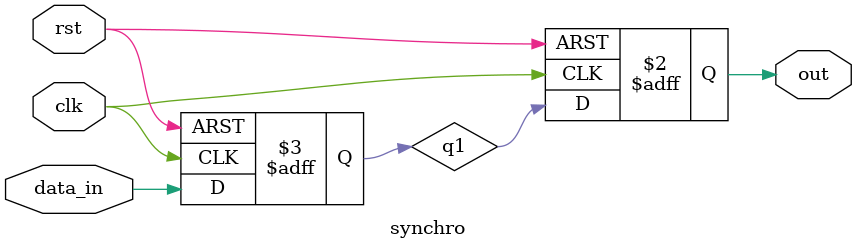
<source format=v>
module synchro(data_in,clk,rst,out);
input data_in,clk,rst;
output reg out;

reg q1;
always@(posedge clk or posedge rst)begin
if(rst)begin
q1<=0;
out<=0;
end
else begin
q1<=data_in;
out<=q1;
end
end
endmodule

</source>
